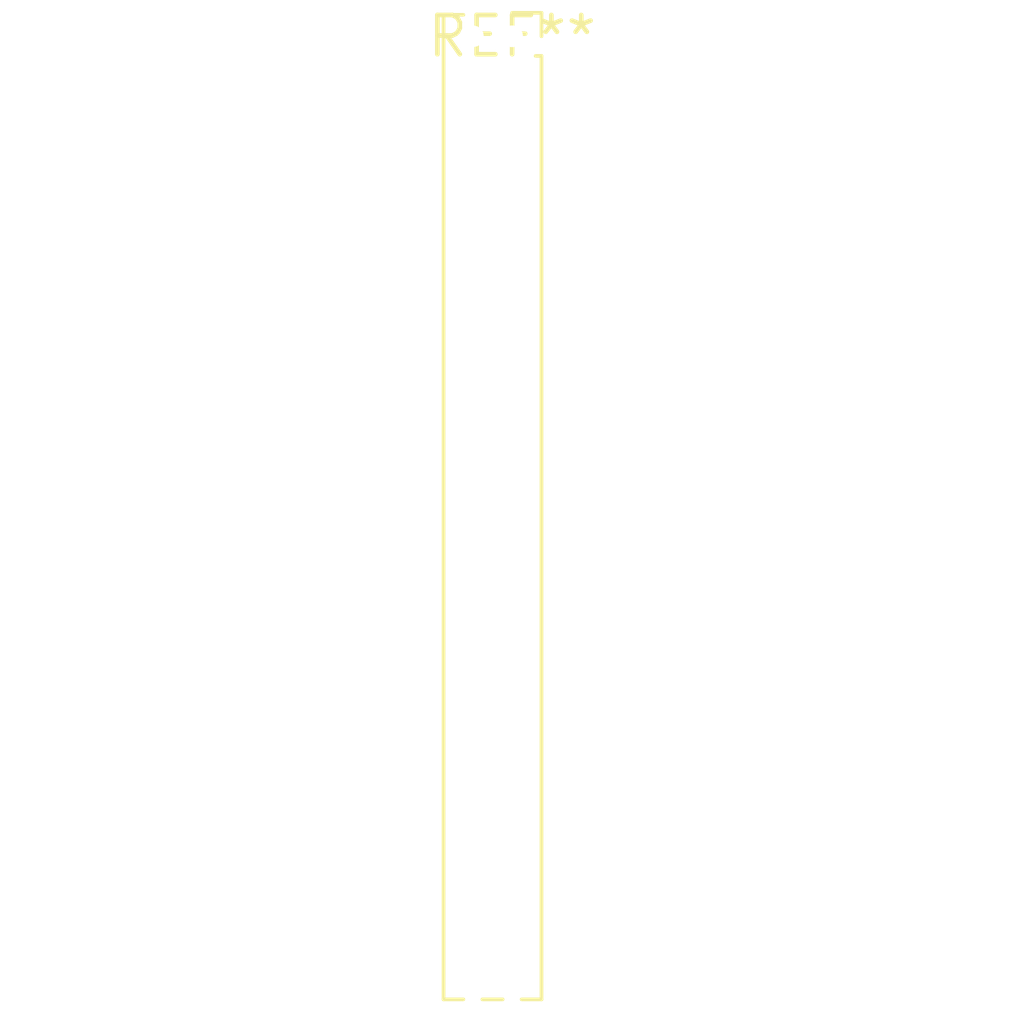
<source format=kicad_pcb>
(kicad_pcb (version 20240108) (generator pcbnew)
  (layers (0 "F.Cu" signal) (31 "B.Cu" signal) (34 "B.Paste" user) (35 "F.Paste" user) (36 "B.SilkS" user "B.Silkscreen") (37 "F.SilkS" user "F.Silkscreen") (38 "B.Mask" user) (39 "F.Mask" user) (44 "Edge.Cuts" user))
  (net 0 "")
  (footprint "PinSocket_2x25_P1.27mm_Vertical" (layer "F.Cu") (at 0 0)
    (property "Reference" "REF**")
    (property "Value" "PinSocket_2x25_P1.27mm_Vertical")
    (fp_line (start -2.22 -0.695) (end -2.22 31.175) (layer "F.SilkS") (stroke (width 0.12)))
    (fp_line (start -2.22 -0.695) (end -1.57753 -0.695) (layer "F.SilkS") (stroke (width 0.12)))
    (fp_line (start -2.22 31.175) (end -1.57753 31.175) (layer "F.SilkS") (stroke (width 0.12)))
    (fp_line (start -0.96247 -0.695) (end -0.76 -0.695) (layer "F.SilkS") (stroke (width 0.12)))
    (fp_line (start -0.96247 31.175) (end -0.30753 31.175) (layer "F.SilkS") (stroke (width 0.12)))
    (fp_line (start 0 -0.76) (end 0.95 -0.76) (layer "F.SilkS") (stroke (width 0.12)))
    (fp_line (start 0.30753 31.175) (end 0.95 31.175) (layer "F.SilkS") (stroke (width 0.12)))
    (fp_line (start 0.76 0.635) (end 0.95 0.635) (layer "F.SilkS") (stroke (width 0.12)))
    (fp_line (start 0.95 -0.76) (end 0.95 0) (layer "F.SilkS") (stroke (width 0.12)))
    (fp_line (start 0.95 0.635) (end 0.95 31.175) (layer "F.SilkS") (stroke (width 0.12)))
    (pad "1" thru_hole rect (at 0 0) (size 1 1) (drill 0.7) (layers *.Cu *.Mask) (remove_unused_layers))
    (pad "2" thru_hole oval (at -1.27 0) (size 1 1) (drill 0.7) (layers *.Cu *.Mask) (remove_unused_layers))
    (pad "3" thru_hole oval (at 0 1.27) (size 1 1) (drill 0.7) (layers *.Cu *.Mask) (remove_unused_layers))
    (pad "4" thru_hole oval (at -1.27 1.27) (size 1 1) (drill 0.7) (layers *.Cu *.Mask) (remove_unused_layers))
    (pad "5" thru_hole oval (at 0 2.54) (size 1 1) (drill 0.7) (layers *.Cu *.Mask) (remove_unused_layers))
    (pad "6" thru_hole oval (at -1.27 2.54) (size 1 1) (drill 0.7) (layers *.Cu *.Mask) (remove_unused_layers))
    (pad "7" thru_hole oval (at 0 3.81) (size 1 1) (drill 0.7) (layers *.Cu *.Mask) (remove_unused_layers))
    (pad "8" thru_hole oval (at -1.27 3.81) (size 1 1) (drill 0.7) (layers *.Cu *.Mask) (remove_unused_layers))
    (pad "9" thru_hole oval (at 0 5.08) (size 1 1) (drill 0.7) (layers *.Cu *.Mask) (remove_unused_layers))
    (pad "10" thru_hole oval (at -1.27 5.08) (size 1 1) (drill 0.7) (layers *.Cu *.Mask) (remove_unused_layers))
    (pad "11" thru_hole oval (at 0 6.35) (size 1 1) (drill 0.7) (layers *.Cu *.Mask) (remove_unused_layers))
    (pad "12" thru_hole oval (at -1.27 6.35) (size 1 1) (drill 0.7) (layers *.Cu *.Mask) (remove_unused_layers))
    (pad "13" thru_hole oval (at 0 7.62) (size 1 1) (drill 0.7) (layers *.Cu *.Mask) (remove_unused_layers))
    (pad "14" thru_hole oval (at -1.27 7.62) (size 1 1) (drill 0.7) (layers *.Cu *.Mask) (remove_unused_layers))
    (pad "15" thru_hole oval (at 0 8.89) (size 1 1) (drill 0.7) (layers *.Cu *.Mask) (remove_unused_layers))
    (pad "16" thru_hole oval (at -1.27 8.89) (size 1 1) (drill 0.7) (layers *.Cu *.Mask) (remove_unused_layers))
    (pad "17" thru_hole oval (at 0 10.16) (size 1 1) (drill 0.7) (layers *.Cu *.Mask) (remove_unused_layers))
    (pad "18" thru_hole oval (at -1.27 10.16) (size 1 1) (drill 0.7) (layers *.Cu *.Mask) (remove_unused_layers))
    (pad "19" thru_hole oval (at 0 11.43) (size 1 1) (drill 0.7) (layers *.Cu *.Mask) (remove_unused_layers))
    (pad "20" thru_hole oval (at -1.27 11.43) (size 1 1) (drill 0.7) (layers *.Cu *.Mask) (remove_unused_layers))
    (pad "21" thru_hole oval (at 0 12.7) (size 1 1) (drill 0.7) (layers *.Cu *.Mask) (remove_unused_layers))
    (pad "22" thru_hole oval (at -1.27 12.7) (size 1 1) (drill 0.7) (layers *.Cu *.Mask) (remove_unused_layers))
    (pad "23" thru_hole oval (at 0 13.97) (size 1 1) (drill 0.7) (layers *.Cu *.Mask) (remove_unused_layers))
    (pad "24" thru_hole oval (at -1.27 13.97) (size 1 1) (drill 0.7) (layers *.Cu *.Mask) (remove_unused_layers))
    (pad "25" thru_hole oval (at 0 15.24) (size 1 1) (drill 0.7) (layers *.Cu *.Mask) (remove_unused_layers))
    (pad "26" thru_hole oval (at -1.27 15.24) (size 1 1) (drill 0.7) (layers *.Cu *.Mask) (remove_unused_layers))
    (pad "27" thru_hole oval (at 0 16.51) (size 1 1) (drill 0.7) (layers *.Cu *.Mask) (remove_unused_layers))
    (pad "28" thru_hole oval (at -1.27 16.51) (size 1 1) (drill 0.7) (layers *.Cu *.Mask) (remove_unused_layers))
    (pad "29" thru_hole oval (at 0 17.78) (size 1 1) (drill 0.7) (layers *.Cu *.Mask) (remove_unused_layers))
    (pad "30" thru_hole oval (at -1.27 17.78) (size 1 1) (drill 0.7) (layers *.Cu *.Mask) (remove_unused_layers))
    (pad "31" thru_hole oval (at 0 19.05) (size 1 1) (drill 0.7) (layers *.Cu *.Mask) (remove_unused_layers))
    (pad "32" thru_hole oval (at -1.27 19.05) (size 1 1) (drill 0.7) (layers *.Cu *.Mask) (remove_unused_layers))
    (pad "33" thru_hole oval (at 0 20.32) (size 1 1) (drill 0.7) (layers *.Cu *.Mask) (remove_unused_layers))
    (pad "34" thru_hole oval (at -1.27 20.32) (size 1 1) (drill 0.7) (layers *.Cu *.Mask) (remove_unused_layers))
    (pad "35" thru_hole oval (at 0 21.59) (size 1 1) (drill 0.7) (layers *.Cu *.Mask) (remove_unused_layers))
    (pad "36" thru_hole oval (at -1.27 21.59) (size 1 1) (drill 0.7) (layers *.Cu *.Mask) (remove_unused_layers))
    (pad "37" thru_hole oval (at 0 22.86) (size 1 1) (drill 0.7) (layers *.Cu *.Mask) (remove_unused_layers))
    (pad "38" thru_hole oval (at -1.27 22.86) (size 1 1) (drill 0.7) (layers *.Cu *.Mask) (remove_unused_layers))
    (pad "39" thru_hole oval (at 0 24.13) (size 1 1) (drill 0.7) (layers *.Cu *.Mask) (remove_unused_layers))
    (pad "40" thru_hole oval (at -1.27 24.13) (size 1 1) (drill 0.7) (layers *.Cu *.Mask) (remove_unused_layers))
    (pad "41" thru_hole oval (at 0 25.4) (size 1 1) (drill 0.7) (layers *.Cu *.Mask) (remove_unused_layers))
    (pad "42" thru_hole oval (at -1.27 25.4) (size 1 1) (drill 0.7) (layers *.Cu *.Mask) (remove_unused_layers))
    (pad "43" thru_hole oval (at 0 26.67) (size 1 1) (drill 0.7) (layers *.Cu *.Mask) (remove_unused_layers))
    (pad "44" thru_hole oval (at -1.27 26.67) (size 1 1) (drill 0.7) (layers *.Cu *.Mask) (remove_unused_layers))
    (pad "45" thru_hole oval (at 0 27.94) (size 1 1) (drill 0.7) (layers *.Cu *.Mask) (remove_unused_layers))
    (pad "46" thru_hole oval (at -1.27 27.94) (size 1 1) (drill 0.7) (layers *.Cu *.Mask) (remove_unused_layers))
    (pad "47" thru_hole oval (at 0 29.21) (size 1 1) (drill 0.7) (layers *.Cu *.Mask) (remove_unused_layers))
    (pad "48" thru_hole oval (at -1.27 29.21) (size 1 1) (drill 0.7) (layers *.Cu *.Mask) (remove_unused_layers))
    (pad "49" thru_hole oval (at 0 30.48) (size 1 1) (drill 0.7) (layers *.Cu *.Mask) (remove_unused_layers))
    (pad "50" thru_hole oval (at -1.27 30.48) (size 1 1) (drill 0.7) (layers *.Cu *.Mask) (remove_unused_layers))
  )
)
</source>
